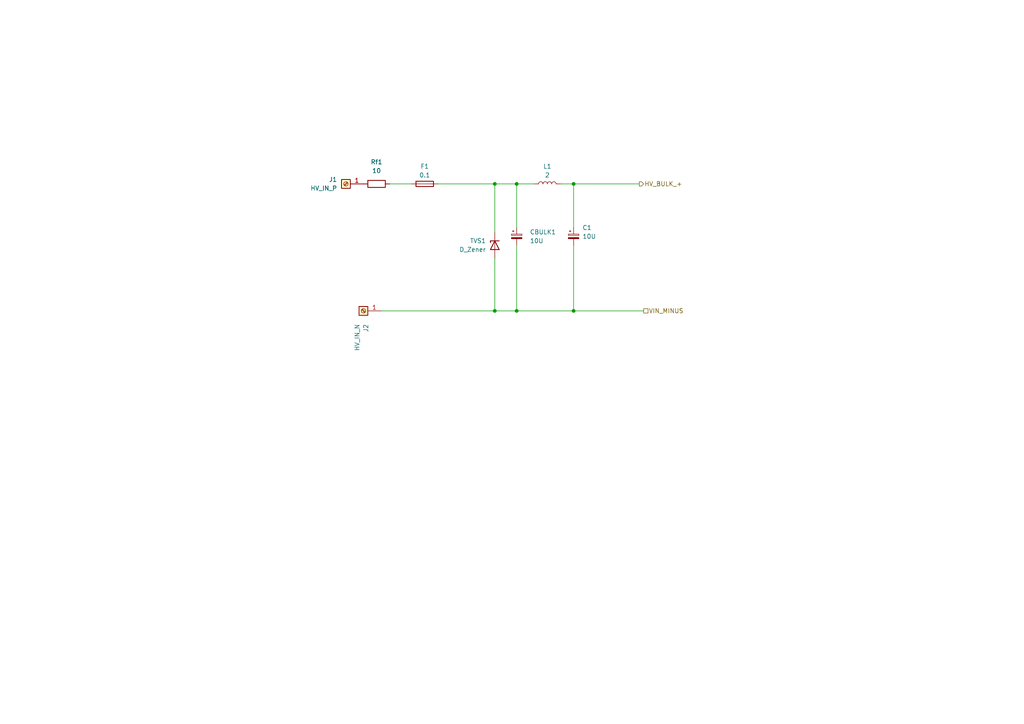
<source format=kicad_sch>
(kicad_sch (version 20230121) (generator eeschema)
  (paper "A4")
  (lib_symbols
    (symbol "Connector:Screw_Terminal_01x01" (pin_names (offset 1.016) hide)
      (property "Reference" "J" (at 0 2.54 0))
      (property "Value" "Screw_Terminal_01x01" (at 0 -2.54 0))
      (symbol "Screw_Terminal_01x01_1_1"
        (rectangle (start -1.27 1.27) (end 1.27 -1.27) (stroke (width 0.254)) (fill (type background)))
        (polyline (pts (xy -0.5334 0.3302) (xy 0.3302 -0.508)) (stroke (width 0.1524)))
        (polyline (pts (xy -0.3556 0.508) (xy 0.508 -0.3302)) (stroke (width 0.1524)))
        (circle (center 0 0) (radius 0.635) (stroke (width 0.1524)))
        (pin passive line (at -5.08 0 0) (length 3.81) (name "Pin_1") (number "1"))
      )
    )
    (symbol "Device:C_Polarized_Small" (pin_numbers hide) (pin_names (offset 0.254) hide)
      (property "Reference" "C" (at 0.254 1.778 0))
      (property "Value" "C_Polarized_Small" (at 0.254 -2.032 0))
      (symbol "C_Polarized_Small_0_1"
        (rectangle (start -1.524 -0.3048) (end 1.524 -0.6858) (fill (type outline)))
        (rectangle (start -1.524 0.6858) (end 1.524 0.3048))
        (polyline (pts (xy -1.27 1.524) (xy -0.762 1.524)))
        (polyline (pts (xy -1.016 1.27) (xy -1.016 1.778)))
      )
      (symbol "C_Polarized_Small_1_1"
        (pin passive line (at 0 2.54 270) (length 1.8542) (name "~") (number "1"))
        (pin passive line (at 0 -2.54 90) (length 1.8542) (name "~") (number "2"))
      )
    )
    (symbol "Device:D_Zener" (pin_numbers hide) (pin_names (offset 1.016) hide)
      (property "Reference" "D" (at 0 2.54 0))
      (property "Value" "D_Zener" (at 0 -2.54 0))
      (symbol "D_Zener_0_1"
        (polyline (pts (xy 1.27 0) (xy -1.27 0)))
        (polyline (pts (xy -1.27 -1.27) (xy -1.27 1.27) (xy -0.762 1.27)) (stroke (width 0.254)))
        (polyline (pts (xy 1.27 -1.27) (xy 1.27 1.27) (xy -1.27 0) (xy 1.27 -1.27)) (stroke (width 0.254)))
      )
      (symbol "D_Zener_1_1"
        (pin passive line (at -3.81 0 0) (length 2.54) (name "K") (number "1"))
        (pin passive line (at 3.81 0 180) (length 2.54) (name "A") (number "2"))
      )
    )
    (symbol "Device:Fuse" (pin_numbers hide) (pin_names (offset 0))
      (property "Reference" "F" (at 2.032 0 90))
      (property "Value" "Fuse" (at -1.905 0 90))
      (symbol "Fuse_0_1"
        (rectangle (start -0.762 -2.54) (end 0.762 2.54) (stroke (width 0.254)))
        (polyline (pts (xy 0 2.54) (xy 0 -2.54)))
      )
      (symbol "Fuse_1_1"
        (pin passive line (at 0 3.81 270) (length 1.27) (name "~") (number "1"))
        (pin passive line (at 0 -3.81 90) (length 1.27) (name "~") (number "2"))
      )
    )
    (symbol "Device:L" (pin_numbers hide) (pin_names (offset 1.016) hide)
      (property "Reference" "L" (at -1.27 0 90))
      (property "Value" "L" (at 1.905 0 90))
      (symbol "L_0_1"
        (arc (start 0 -2.54) (mid 0.6323 -1.905) (end 0 -1.27))
        (arc (start 0 -1.27) (mid 0.6323 -0.635) (end 0 0))
        (arc (start 0 0) (mid 0.6323 0.635) (end 0 1.27))
        (arc (start 0 1.27) (mid 0.6323 1.905) (end 0 2.54))
      )
      (symbol "L_1_1"
        (pin passive line (at 0 3.81 270) (length 1.27) (name "1") (number "1"))
        (pin passive line (at 0 -3.81 90) (length 1.27) (name "2") (number "2"))
      )
    )
    (symbol "Device:R" (pin_numbers hide) (pin_names (offset 0))
      (property "Reference" "R" (at 2.032 0 90))
      (property "Value" "R" (at 0 0 90))
      (symbol "R_0_1"
        (rectangle (start -1.016 -2.54) (end 1.016 2.54) (stroke (width 0.254)))
      )
      (symbol "R_1_1"
        (pin passive line (at 0 3.81 270) (length 1.27) (name "~") (number "1"))
        (pin passive line (at 0 -3.81 90) (length 1.27) (name "~") (number "2"))
      )
    )
  )
  (junction (at 166.37 53.34))
  (junction (at 143.51 53.34))
  (junction (at 149.86 90.17))
  (junction (at 166.37 90.17))
  (junction (at 149.86 53.34))
  (junction (at 143.51 90.17))
  (wire (pts (xy 113.03 53.34) (xy 119.38 53.34)))
  (wire (pts (xy 166.37 53.34) (xy 185.42 53.34)))
  (wire (pts (xy 143.51 53.34) (xy 143.51 67.31)))
  (wire (pts (xy 149.86 71.12) (xy 149.86 90.17)))
  (wire (pts (xy 143.51 74.93) (xy 143.51 90.17)))
  (wire (pts (xy 166.37 53.34) (xy 166.37 66.04)))
  (wire (pts (xy 166.37 90.17) (xy 186.69 90.17)))
  (wire (pts (xy 143.51 53.34) (xy 149.86 53.34)))
  (wire (pts (xy 149.86 53.34) (xy 149.86 66.04)))
  (wire (pts (xy 149.86 90.17) (xy 166.37 90.17)))
  (wire (pts (xy 162.56 53.34) (xy 166.37 53.34)))
  (wire (pts (xy 143.51 90.17) (xy 149.86 90.17)))
  (wire (pts (xy 149.86 53.34) (xy 154.94 53.34)))
  (wire (pts (xy 166.37 71.12) (xy 166.37 90.17)))
  (wire (pts (xy 127 53.34) (xy 143.51 53.34)))
  (wire (pts (xy 110.49 90.17) (xy 143.51 90.17)))
  (hierarchical_label "HV_BULK_+" (shape output) (at 185.42 53.34 0))
  (hierarchical_label "VIN_MINUS" (shape passive) (at 186.69 90.17 0))
  (symbol (lib_id "Device:C_Polarized_Small") (at 166.37 68.58 0) (unit 1)
    (property "Reference" "C1" (at 168.91 66.04 0) (effects (justify left)))
    (property "Value" "10U" (at 168.91 68.58 0) (effects (justify left)))
    (property "Footprint" "Capacitor_THT:CP_Radial_D12.5mm_P7.50mm" (effects hide))
    (property "Datasheet" "https://octopart.com/opatz8j6/a1?t=mpnzaMia1hkfZMbtP4BEaw_iVQL5kjD4C4Etd0biOdMCybAb5XP8JIAwj5FTHuIp_HDhJVNhT4CNXENoaSgIasUEXw6-8pwjSbdajTy_8UoUewbd36iArytoCVkmmiclYxf9sL6vEy31q2LCR1r71BHK01lNuYAhc_FqCSZ7gFpi6yvOyfvaGMFq2XQdv9R0-k_coGOwlAPpU9Atn7jZr6HygMvvlmF3-muEAny21HNtkn77uRwsY0c0sOi_ChqiPAgnYf8ABiPUAj705Ewn_Q" (effects hide))
    (property "VOLTAGE" "450V" (effects hide))
    (property "PART NUMBER" "1572-1650-ND" (effects hide))
    (property "Sim.Device" "C" (effects hide))
    (property "Sim.Params" "c=10U" (effects hide))
    (property "Sim.Pins" "1=+ 2=-" (effects hide))
  )
  (symbol (lib_id "Connector:Screw_Terminal_01x01") (at 100.33 53.34 0) (mirror y) (unit 1)
    (property "Reference" "J1" (at 97.79 52.07 0) (effects (justify left)))
    (property "Value" "HV_IN_P" (at 97.79 54.61 0) (effects (justify left)))
    (property "Sim.Enable" "0" (effects hide))
  )
  (symbol (lib_id "Connector:Screw_Terminal_01x01") (at 105.41 90.17 180) (unit 1)
    (property "Reference" "J2" (at 106.1339 93.98 90) (effects (justify left)))
    (property "Value" "HV_IN_N" (at 103.5939 93.98 90) (effects (justify left)))
  )
  (symbol (lib_id "Device:R") (at 109.22 53.34 90) (unit 1)
    (property "Reference" "Rf1" (at 109.22 46.99 90))
    (property "Value" "10" (at 109.22 49.53 90))
    (property "Footprint" "Resistor_THT:R_Axial_DIN0922_L20.0mm_D9.0mm_P30.48mm_Horizontal" (effects hide))
    (property "Datasheet" "https://www.digikey.com/en/products/detail/te-connectivity-passive-product/SQZW1010RJ/2365790?curr=usd" (effects hide))
    (property "POWER" "10W" (effects hide))
    (property "Sim.Device" "R" (effects hide))
    (property "Sim.Pins" "1=+ 2=-" (effects hide))
  )
  (symbol (lib_id "Device:L") (at 158.75 53.34 90) (unit 1)
    (property "Reference" "L1" (at 158.75 48.26 90))
    (property "Value" "2" (at 158.75 50.8 90))
    (property "Footprint" "Inductor_SMD:L_7.3x7.3_H3.5" (effects hide))
    (property "Datasheet" "https://www.digikey.com/en/products/detail/tdk-electronics-inc/B82472G6105M000/4245753?curr=usd" (effects hide))
    (property "PART NUMBER" "495-5675-6-ND" (effects hide))
  )
  (symbol (lib_id "Device:C_Polarized_Small") (at 149.86 68.58 0) (unit 1)
    (property "Reference" "CBULK1" (at 153.67 67.31 0) (effects (justify left)))
    (property "Value" "10U" (at 153.67 69.85 0) (effects (justify left)))
    (property "Footprint" "Capacitor_THT:CP_Radial_D10.0mm_P5.00mm" (effects hide))
    (property "Datasheet" "https://www.digikey.com/en/products/detail/illinois-capacitor/106CKS450MLU/5410637?curr=usd" (effects hide))
    (property "VOLTAGE" "450V" (effects hide))
    (property "PART NUMBER" "1572-1650-ND" (effects hide))
    (property "Sim.Device" "C" (effects hide))
    (property "Sim.Params" "c=10U" (effects hide))
    (property "Sim.Pins" "1=+ 2=-" (effects hide))
  )
  (symbol (lib_id "Device:Fuse") (at 123.19 53.34 90) (unit 1)
    (property "Reference" "F1" (at 123.19 48.26 90))
    (property "Value" "0.1" (at 123.19 50.8 90))
    (property "Sim.Device" "R" (effects hide))
    (property "Sim.Pins" "1=+ 2=-" (effects hide))
    (property "Sim.Params" "r=\"\"" (effects hide))
  )
  (symbol (lib_id "Device:D_Zener") (at 143.51 71.12 90) (mirror x) (unit 1)
    (property "Reference" "TVS1" (at 140.97 69.85 90) (effects (justify left)))
    (property "Value" "D_Zener" (at 140.97 72.39 90) (effects (justify left)))
    (property "Datasheet" "https://www.digikey.com/en/products/detail/littelfuse-inc/1.5KE600CA/4331760?curr=usd" (effects hide))
    (property "PART NUMBER" "F6253CT-ND" (effects hide))
  )
)
</source>
